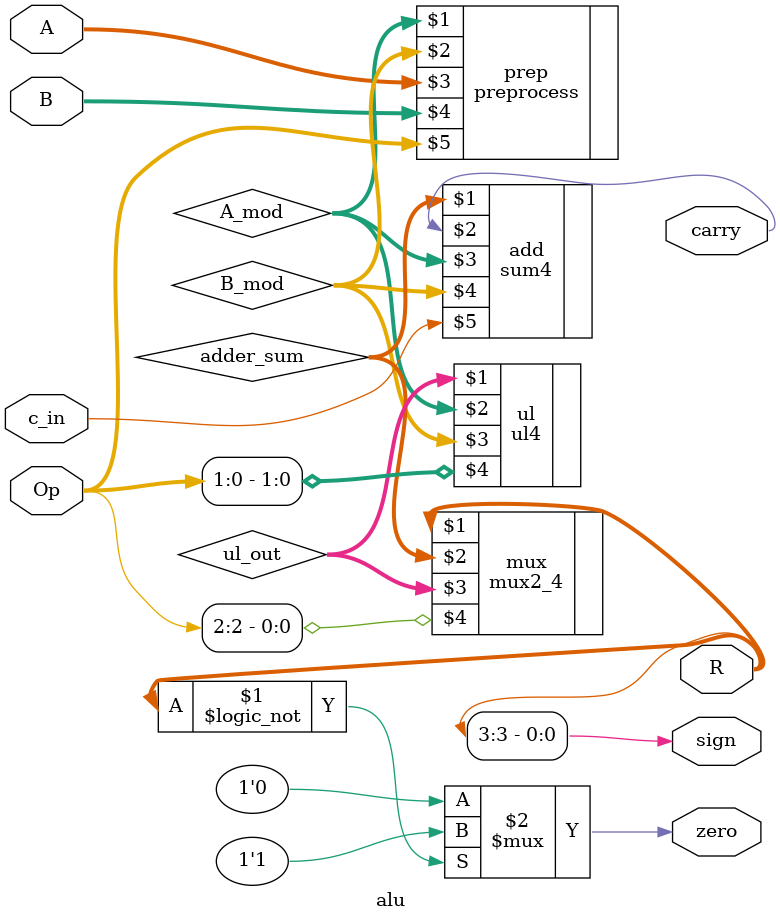
<source format=v>
module alu(output wire [3:0] R, output wire zero, carry, sign, input wire [3:0] A, B, input wire c_in, input wire [2:0] Op); 
  
  // preprocesador
  wire [3:0] A_mod, B_mod;
  preprocess prep(A_mod, B_mod, A, B, Op);
  
  // sumador
  wire[3:0] adder_sum;
  sum4 add(adder_sum, carry, A_mod, B_mod, c_in);

  // unidad lógica
  wire [3:0] ul_out;
  ul4 ul(ul_out, A_mod, B_mod, Op[1:0]);

  // mux
  mux2_4 mux(R, adder_sum, ul_out, Op[2]);

  assign sign = R[3];
  assign zero = (R == 4'b0000) ? 1'b1 : 1'b0;

endmodule
</source>
